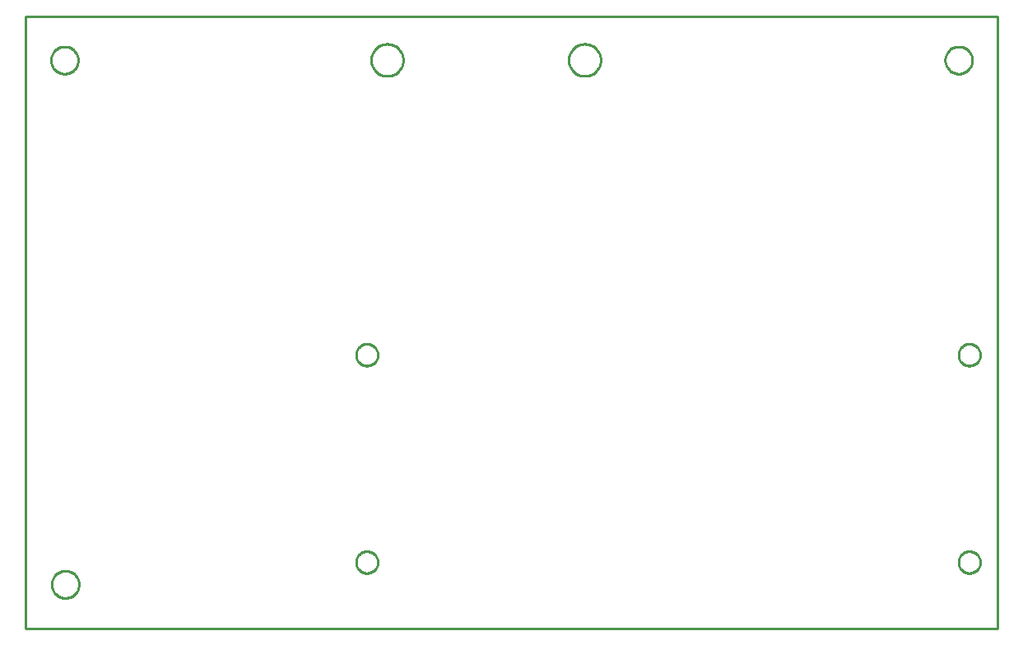
<source format=gbr>
G04 EAGLE Gerber RS-274X export*
G75*
%MOMM*%
%FSLAX34Y34*%
%LPD*%
%IN*%
%IPPOS*%
%AMOC8*
5,1,8,0,0,1.08239X$1,22.5*%
G01*
%ADD10C,0.254000*%


D10*
X225000Y45000D02*
X1225000Y45000D01*
X1225000Y675000D01*
X225000Y675000D01*
X225000Y45000D01*
X1195488Y315290D02*
X1194607Y315359D01*
X1193734Y315498D01*
X1192874Y315704D01*
X1192033Y315977D01*
X1191216Y316316D01*
X1190429Y316717D01*
X1189675Y317179D01*
X1188960Y317698D01*
X1188288Y318273D01*
X1187663Y318898D01*
X1187088Y319570D01*
X1186569Y320285D01*
X1186107Y321039D01*
X1185706Y321826D01*
X1185367Y322643D01*
X1185094Y323484D01*
X1184888Y324344D01*
X1184749Y325217D01*
X1184680Y326098D01*
X1184680Y326982D01*
X1184749Y327863D01*
X1184888Y328736D01*
X1185094Y329596D01*
X1185367Y330437D01*
X1185706Y331254D01*
X1186107Y332041D01*
X1186569Y332795D01*
X1187088Y333510D01*
X1187663Y334182D01*
X1188288Y334808D01*
X1188960Y335382D01*
X1189675Y335901D01*
X1190429Y336363D01*
X1191216Y336765D01*
X1192033Y337103D01*
X1192874Y337376D01*
X1193734Y337582D01*
X1194607Y337721D01*
X1195488Y337790D01*
X1196372Y337790D01*
X1197253Y337721D01*
X1198126Y337582D01*
X1198986Y337376D01*
X1199827Y337103D01*
X1200644Y336765D01*
X1201431Y336363D01*
X1202185Y335901D01*
X1202900Y335382D01*
X1203572Y334808D01*
X1204198Y334182D01*
X1204772Y333510D01*
X1205291Y332795D01*
X1205753Y332041D01*
X1206155Y331254D01*
X1206493Y330437D01*
X1206766Y329596D01*
X1206972Y328736D01*
X1207111Y327863D01*
X1207180Y326982D01*
X1207180Y326098D01*
X1207111Y325217D01*
X1206972Y324344D01*
X1206766Y323484D01*
X1206493Y322643D01*
X1206155Y321826D01*
X1205753Y321039D01*
X1205291Y320285D01*
X1204772Y319570D01*
X1204198Y318898D01*
X1203572Y318273D01*
X1202900Y317698D01*
X1202185Y317179D01*
X1201431Y316717D01*
X1200644Y316316D01*
X1199827Y315977D01*
X1198986Y315704D01*
X1198126Y315498D01*
X1197253Y315359D01*
X1196372Y315290D01*
X1195488Y315290D01*
X1195488Y101890D02*
X1194607Y101959D01*
X1193734Y102098D01*
X1192874Y102304D01*
X1192033Y102577D01*
X1191216Y102916D01*
X1190429Y103317D01*
X1189675Y103779D01*
X1188960Y104298D01*
X1188288Y104873D01*
X1187663Y105498D01*
X1187088Y106170D01*
X1186569Y106885D01*
X1186107Y107639D01*
X1185706Y108426D01*
X1185367Y109243D01*
X1185094Y110084D01*
X1184888Y110944D01*
X1184749Y111817D01*
X1184680Y112698D01*
X1184680Y113582D01*
X1184749Y114463D01*
X1184888Y115336D01*
X1185094Y116196D01*
X1185367Y117037D01*
X1185706Y117854D01*
X1186107Y118641D01*
X1186569Y119395D01*
X1187088Y120110D01*
X1187663Y120782D01*
X1188288Y121408D01*
X1188960Y121982D01*
X1189675Y122501D01*
X1190429Y122963D01*
X1191216Y123365D01*
X1192033Y123703D01*
X1192874Y123976D01*
X1193734Y124182D01*
X1194607Y124321D01*
X1195488Y124390D01*
X1196372Y124390D01*
X1197253Y124321D01*
X1198126Y124182D01*
X1198986Y123976D01*
X1199827Y123703D01*
X1200644Y123365D01*
X1201431Y122963D01*
X1202185Y122501D01*
X1202900Y121982D01*
X1203572Y121408D01*
X1204198Y120782D01*
X1204772Y120110D01*
X1205291Y119395D01*
X1205753Y118641D01*
X1206155Y117854D01*
X1206493Y117037D01*
X1206766Y116196D01*
X1206972Y115336D01*
X1207111Y114463D01*
X1207180Y113582D01*
X1207180Y112698D01*
X1207111Y111817D01*
X1206972Y110944D01*
X1206766Y110084D01*
X1206493Y109243D01*
X1206155Y108426D01*
X1205753Y107639D01*
X1205291Y106885D01*
X1204772Y106170D01*
X1204198Y105498D01*
X1203572Y104873D01*
X1202900Y104298D01*
X1202185Y103779D01*
X1201431Y103317D01*
X1200644Y102916D01*
X1199827Y102577D01*
X1198986Y102304D01*
X1198126Y102098D01*
X1197253Y101959D01*
X1196372Y101890D01*
X1195488Y101890D01*
X575688Y101890D02*
X574807Y101959D01*
X573934Y102098D01*
X573074Y102304D01*
X572233Y102577D01*
X571416Y102916D01*
X570629Y103317D01*
X569875Y103779D01*
X569160Y104298D01*
X568488Y104873D01*
X567863Y105498D01*
X567288Y106170D01*
X566769Y106885D01*
X566307Y107639D01*
X565906Y108426D01*
X565567Y109243D01*
X565294Y110084D01*
X565088Y110944D01*
X564949Y111817D01*
X564880Y112698D01*
X564880Y113582D01*
X564949Y114463D01*
X565088Y115336D01*
X565294Y116196D01*
X565567Y117037D01*
X565906Y117854D01*
X566307Y118641D01*
X566769Y119395D01*
X567288Y120110D01*
X567863Y120782D01*
X568488Y121408D01*
X569160Y121982D01*
X569875Y122501D01*
X570629Y122963D01*
X571416Y123365D01*
X572233Y123703D01*
X573074Y123976D01*
X573934Y124182D01*
X574807Y124321D01*
X575688Y124390D01*
X576572Y124390D01*
X577453Y124321D01*
X578326Y124182D01*
X579186Y123976D01*
X580027Y123703D01*
X580844Y123365D01*
X581631Y122963D01*
X582385Y122501D01*
X583100Y121982D01*
X583772Y121408D01*
X584398Y120782D01*
X584972Y120110D01*
X585491Y119395D01*
X585953Y118641D01*
X586355Y117854D01*
X586693Y117037D01*
X586966Y116196D01*
X587172Y115336D01*
X587311Y114463D01*
X587380Y113582D01*
X587380Y112698D01*
X587311Y111817D01*
X587172Y110944D01*
X586966Y110084D01*
X586693Y109243D01*
X586355Y108426D01*
X585953Y107639D01*
X585491Y106885D01*
X584972Y106170D01*
X584398Y105498D01*
X583772Y104873D01*
X583100Y104298D01*
X582385Y103779D01*
X581631Y103317D01*
X580844Y102916D01*
X580027Y102577D01*
X579186Y102304D01*
X578326Y102098D01*
X577453Y101959D01*
X576572Y101890D01*
X575688Y101890D01*
X575688Y315290D02*
X574807Y315359D01*
X573934Y315498D01*
X573074Y315704D01*
X572233Y315977D01*
X571416Y316316D01*
X570629Y316717D01*
X569875Y317179D01*
X569160Y317698D01*
X568488Y318273D01*
X567863Y318898D01*
X567288Y319570D01*
X566769Y320285D01*
X566307Y321039D01*
X565906Y321826D01*
X565567Y322643D01*
X565294Y323484D01*
X565088Y324344D01*
X564949Y325217D01*
X564880Y326098D01*
X564880Y326982D01*
X564949Y327863D01*
X565088Y328736D01*
X565294Y329596D01*
X565567Y330437D01*
X565906Y331254D01*
X566307Y332041D01*
X566769Y332795D01*
X567288Y333510D01*
X567863Y334182D01*
X568488Y334808D01*
X569160Y335382D01*
X569875Y335901D01*
X570629Y336363D01*
X571416Y336765D01*
X572233Y337103D01*
X573074Y337376D01*
X573934Y337582D01*
X574807Y337721D01*
X575688Y337790D01*
X576572Y337790D01*
X577453Y337721D01*
X578326Y337582D01*
X579186Y337376D01*
X580027Y337103D01*
X580844Y336765D01*
X581631Y336363D01*
X582385Y335901D01*
X583100Y335382D01*
X583772Y334808D01*
X584398Y334182D01*
X584972Y333510D01*
X585491Y332795D01*
X585953Y332041D01*
X586355Y331254D01*
X586693Y330437D01*
X586966Y329596D01*
X587172Y328736D01*
X587311Y327863D01*
X587380Y326982D01*
X587380Y326098D01*
X587311Y325217D01*
X587172Y324344D01*
X586966Y323484D01*
X586693Y322643D01*
X586355Y321826D01*
X585953Y321039D01*
X585491Y320285D01*
X584972Y319570D01*
X584398Y318898D01*
X583772Y318273D01*
X583100Y317698D01*
X582385Y317179D01*
X581631Y316717D01*
X580844Y316316D01*
X580027Y315977D01*
X579186Y315704D01*
X578326Y315498D01*
X577453Y315359D01*
X576572Y315290D01*
X575688Y315290D01*
X278960Y629260D02*
X278889Y628263D01*
X278746Y627273D01*
X278534Y626296D01*
X278252Y625336D01*
X277903Y624399D01*
X277487Y623489D01*
X277008Y622612D01*
X276467Y621770D01*
X275868Y620970D01*
X275213Y620214D01*
X274506Y619507D01*
X273750Y618852D01*
X272950Y618253D01*
X272108Y617712D01*
X271231Y617233D01*
X270321Y616817D01*
X269384Y616468D01*
X268425Y616186D01*
X267447Y615974D01*
X266458Y615831D01*
X265460Y615760D01*
X264460Y615760D01*
X263463Y615831D01*
X262473Y615974D01*
X261496Y616186D01*
X260536Y616468D01*
X259599Y616817D01*
X258689Y617233D01*
X257812Y617712D01*
X256970Y618253D01*
X256170Y618852D01*
X255414Y619507D01*
X254707Y620214D01*
X254052Y620970D01*
X253453Y621770D01*
X252912Y622612D01*
X252433Y623489D01*
X252017Y624399D01*
X251668Y625336D01*
X251386Y626296D01*
X251174Y627273D01*
X251031Y628263D01*
X250960Y629260D01*
X250960Y630260D01*
X251031Y631258D01*
X251174Y632247D01*
X251386Y633225D01*
X251668Y634184D01*
X252017Y635121D01*
X252433Y636031D01*
X252912Y636908D01*
X253453Y637750D01*
X254052Y638550D01*
X254707Y639306D01*
X255414Y640013D01*
X256170Y640668D01*
X256970Y641267D01*
X257812Y641808D01*
X258689Y642287D01*
X259599Y642703D01*
X260536Y643052D01*
X261496Y643334D01*
X262473Y643546D01*
X263463Y643689D01*
X264460Y643760D01*
X265460Y643760D01*
X266458Y643689D01*
X267447Y643546D01*
X268425Y643334D01*
X269384Y643052D01*
X270321Y642703D01*
X271231Y642287D01*
X272108Y641808D01*
X272950Y641267D01*
X273750Y640668D01*
X274506Y640013D01*
X275213Y639306D01*
X275868Y638550D01*
X276467Y637750D01*
X277008Y636908D01*
X277487Y636031D01*
X277903Y635121D01*
X278252Y634184D01*
X278534Y633225D01*
X278746Y632247D01*
X278889Y631258D01*
X278960Y630260D01*
X278960Y629260D01*
X1198890Y629340D02*
X1198819Y628343D01*
X1198676Y627353D01*
X1198464Y626376D01*
X1198182Y625416D01*
X1197833Y624479D01*
X1197417Y623569D01*
X1196938Y622692D01*
X1196397Y621850D01*
X1195798Y621050D01*
X1195143Y620294D01*
X1194436Y619587D01*
X1193680Y618932D01*
X1192880Y618333D01*
X1192038Y617792D01*
X1191161Y617313D01*
X1190251Y616897D01*
X1189314Y616548D01*
X1188355Y616266D01*
X1187377Y616054D01*
X1186388Y615911D01*
X1185390Y615840D01*
X1184390Y615840D01*
X1183393Y615911D01*
X1182403Y616054D01*
X1181426Y616266D01*
X1180466Y616548D01*
X1179529Y616897D01*
X1178619Y617313D01*
X1177742Y617792D01*
X1176900Y618333D01*
X1176100Y618932D01*
X1175344Y619587D01*
X1174637Y620294D01*
X1173982Y621050D01*
X1173383Y621850D01*
X1172842Y622692D01*
X1172363Y623569D01*
X1171947Y624479D01*
X1171598Y625416D01*
X1171316Y626376D01*
X1171104Y627353D01*
X1170961Y628343D01*
X1170890Y629340D01*
X1170890Y630340D01*
X1170961Y631338D01*
X1171104Y632327D01*
X1171316Y633305D01*
X1171598Y634264D01*
X1171947Y635201D01*
X1172363Y636111D01*
X1172842Y636988D01*
X1173383Y637830D01*
X1173982Y638630D01*
X1174637Y639386D01*
X1175344Y640093D01*
X1176100Y640748D01*
X1176900Y641347D01*
X1177742Y641888D01*
X1178619Y642367D01*
X1179529Y642783D01*
X1180466Y643132D01*
X1181426Y643414D01*
X1182403Y643626D01*
X1183393Y643769D01*
X1184390Y643840D01*
X1185390Y643840D01*
X1186388Y643769D01*
X1187377Y643626D01*
X1188355Y643414D01*
X1189314Y643132D01*
X1190251Y642783D01*
X1191161Y642367D01*
X1192038Y641888D01*
X1192880Y641347D01*
X1193680Y640748D01*
X1194436Y640093D01*
X1195143Y639386D01*
X1195798Y638630D01*
X1196397Y637830D01*
X1196938Y636988D01*
X1197417Y636111D01*
X1197833Y635201D01*
X1198182Y634264D01*
X1198464Y633305D01*
X1198676Y632327D01*
X1198819Y631338D01*
X1198890Y630340D01*
X1198890Y629340D01*
X279860Y89760D02*
X279789Y88763D01*
X279646Y87773D01*
X279434Y86796D01*
X279152Y85836D01*
X278803Y84899D01*
X278387Y83989D01*
X277908Y83112D01*
X277367Y82270D01*
X276768Y81470D01*
X276113Y80714D01*
X275406Y80007D01*
X274650Y79352D01*
X273850Y78753D01*
X273008Y78212D01*
X272131Y77733D01*
X271221Y77317D01*
X270284Y76968D01*
X269325Y76686D01*
X268347Y76474D01*
X267358Y76331D01*
X266360Y76260D01*
X265360Y76260D01*
X264363Y76331D01*
X263373Y76474D01*
X262396Y76686D01*
X261436Y76968D01*
X260499Y77317D01*
X259589Y77733D01*
X258712Y78212D01*
X257870Y78753D01*
X257070Y79352D01*
X256314Y80007D01*
X255607Y80714D01*
X254952Y81470D01*
X254353Y82270D01*
X253812Y83112D01*
X253333Y83989D01*
X252917Y84899D01*
X252568Y85836D01*
X252286Y86796D01*
X252074Y87773D01*
X251931Y88763D01*
X251860Y89760D01*
X251860Y90760D01*
X251931Y91758D01*
X252074Y92747D01*
X252286Y93725D01*
X252568Y94684D01*
X252917Y95621D01*
X253333Y96531D01*
X253812Y97408D01*
X254353Y98250D01*
X254952Y99050D01*
X255607Y99806D01*
X256314Y100513D01*
X257070Y101168D01*
X257870Y101767D01*
X258712Y102308D01*
X259589Y102787D01*
X260499Y103203D01*
X261436Y103552D01*
X262396Y103834D01*
X263373Y104046D01*
X264363Y104189D01*
X265360Y104260D01*
X266360Y104260D01*
X267358Y104189D01*
X268347Y104046D01*
X269325Y103834D01*
X270284Y103552D01*
X271221Y103203D01*
X272131Y102787D01*
X273008Y102308D01*
X273850Y101767D01*
X274650Y101168D01*
X275406Y100513D01*
X276113Y99806D01*
X276768Y99050D01*
X277367Y98250D01*
X277908Y97408D01*
X278387Y96531D01*
X278803Y95621D01*
X279152Y94684D01*
X279434Y93725D01*
X279646Y92747D01*
X279789Y91758D01*
X279860Y90760D01*
X279860Y89760D01*
X613410Y629380D02*
X613339Y628301D01*
X613198Y627229D01*
X612987Y626169D01*
X612708Y625125D01*
X612360Y624101D01*
X611946Y623103D01*
X611468Y622133D01*
X610928Y621197D01*
X610327Y620298D01*
X609669Y619441D01*
X608957Y618628D01*
X608192Y617864D01*
X607379Y617151D01*
X606522Y616493D01*
X605623Y615892D01*
X604687Y615352D01*
X603717Y614874D01*
X602719Y614460D01*
X601695Y614112D01*
X600651Y613833D01*
X599591Y613622D01*
X598519Y613481D01*
X597440Y613410D01*
X596360Y613410D01*
X595281Y613481D01*
X594209Y613622D01*
X593149Y613833D01*
X592105Y614112D01*
X591081Y614460D01*
X590083Y614874D01*
X589113Y615352D01*
X588177Y615892D01*
X587278Y616493D01*
X586421Y617151D01*
X585608Y617864D01*
X584844Y618628D01*
X584131Y619441D01*
X583473Y620298D01*
X582872Y621197D01*
X582332Y622133D01*
X581854Y623103D01*
X581440Y624101D01*
X581092Y625125D01*
X580813Y626169D01*
X580602Y627229D01*
X580461Y628301D01*
X580390Y629380D01*
X580390Y630460D01*
X580461Y631539D01*
X580602Y632611D01*
X580813Y633671D01*
X581092Y634715D01*
X581440Y635739D01*
X581854Y636737D01*
X582332Y637707D01*
X582872Y638643D01*
X583473Y639542D01*
X584131Y640399D01*
X584844Y641212D01*
X585608Y641977D01*
X586421Y642689D01*
X587278Y643347D01*
X588177Y643948D01*
X589113Y644488D01*
X590083Y644966D01*
X591081Y645380D01*
X592105Y645728D01*
X593149Y646007D01*
X594209Y646218D01*
X595281Y646359D01*
X596360Y646430D01*
X597440Y646430D01*
X598519Y646359D01*
X599591Y646218D01*
X600651Y646007D01*
X601695Y645728D01*
X602719Y645380D01*
X603717Y644966D01*
X604687Y644488D01*
X605623Y643948D01*
X606522Y643347D01*
X607379Y642689D01*
X608192Y641977D01*
X608957Y641212D01*
X609669Y640399D01*
X610327Y639542D01*
X610928Y638643D01*
X611468Y637707D01*
X611946Y636737D01*
X612360Y635739D01*
X612708Y634715D01*
X612987Y633671D01*
X613198Y632611D01*
X613339Y631539D01*
X613410Y630460D01*
X613410Y629380D01*
X816610Y629380D02*
X816539Y628301D01*
X816398Y627229D01*
X816187Y626169D01*
X815908Y625125D01*
X815560Y624101D01*
X815146Y623103D01*
X814668Y622133D01*
X814128Y621197D01*
X813527Y620298D01*
X812869Y619441D01*
X812157Y618628D01*
X811392Y617864D01*
X810579Y617151D01*
X809722Y616493D01*
X808823Y615892D01*
X807887Y615352D01*
X806917Y614874D01*
X805919Y614460D01*
X804895Y614112D01*
X803851Y613833D01*
X802791Y613622D01*
X801719Y613481D01*
X800640Y613410D01*
X799560Y613410D01*
X798481Y613481D01*
X797409Y613622D01*
X796349Y613833D01*
X795305Y614112D01*
X794281Y614460D01*
X793283Y614874D01*
X792313Y615352D01*
X791377Y615892D01*
X790478Y616493D01*
X789621Y617151D01*
X788808Y617864D01*
X788044Y618628D01*
X787331Y619441D01*
X786673Y620298D01*
X786072Y621197D01*
X785532Y622133D01*
X785054Y623103D01*
X784640Y624101D01*
X784292Y625125D01*
X784013Y626169D01*
X783802Y627229D01*
X783661Y628301D01*
X783590Y629380D01*
X783590Y630460D01*
X783661Y631539D01*
X783802Y632611D01*
X784013Y633671D01*
X784292Y634715D01*
X784640Y635739D01*
X785054Y636737D01*
X785532Y637707D01*
X786072Y638643D01*
X786673Y639542D01*
X787331Y640399D01*
X788044Y641212D01*
X788808Y641977D01*
X789621Y642689D01*
X790478Y643347D01*
X791377Y643948D01*
X792313Y644488D01*
X793283Y644966D01*
X794281Y645380D01*
X795305Y645728D01*
X796349Y646007D01*
X797409Y646218D01*
X798481Y646359D01*
X799560Y646430D01*
X800640Y646430D01*
X801719Y646359D01*
X802791Y646218D01*
X803851Y646007D01*
X804895Y645728D01*
X805919Y645380D01*
X806917Y644966D01*
X807887Y644488D01*
X808823Y643948D01*
X809722Y643347D01*
X810579Y642689D01*
X811392Y641977D01*
X812157Y641212D01*
X812869Y640399D01*
X813527Y639542D01*
X814128Y638643D01*
X814668Y637707D01*
X815146Y636737D01*
X815560Y635739D01*
X815908Y634715D01*
X816187Y633671D01*
X816398Y632611D01*
X816539Y631539D01*
X816610Y630460D01*
X816610Y629380D01*
M02*

</source>
